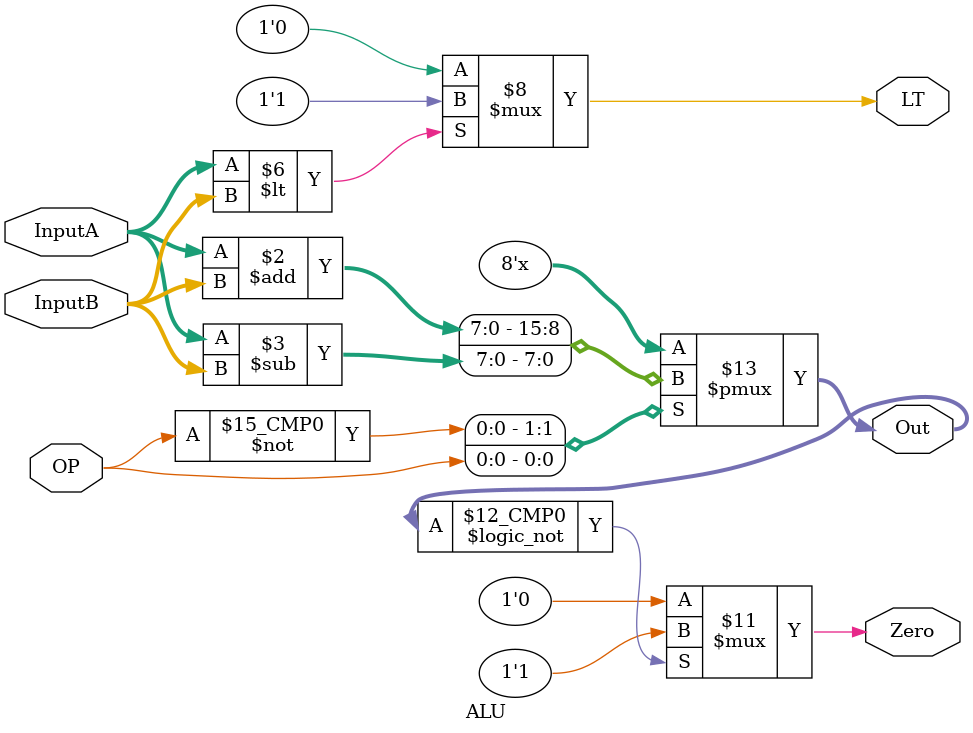
<source format=v>


	 
module ALU(InputA,InputB,OP,Out,Zero, LT);

	input [ 7:0] InputA;
	input [ 7:0] InputB;
	input OP;
	output reg [7:0] Out; // logic in SystemVerilog
	output reg Zero;
	output reg LT;

	always@* // always_comb in systemverilog
	begin 
		Out = 0;
		case (OP)
		'b0: Out = InputA + InputB; // ADD
		'b1: Out = InputA - InputB; // SUB
		default: Out = 0;
	  endcase
	
	end 

	always@*							  // assign Zero = !Out;
	begin
		case(Out)
			'b0     : Zero = 1'b1;
			default : Zero = 1'b0;
      endcase
	end
	
	always@*							  // assign LT = InputA < InputB;
	begin
		if(InputA < InputB) begin
		LT = 1'b1;
		end else begin
		LT = 1'b0;
		end
	end

endmodule

</source>
